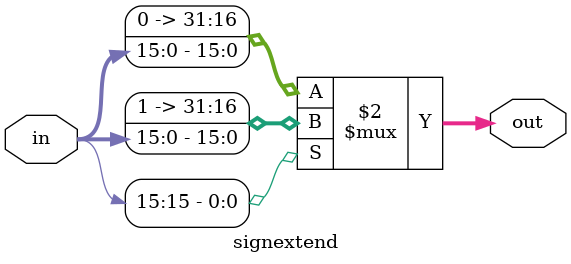
<source format=v>
module signextend (
    output [31:0] out,
    input  [15:0] in
);

    assign out = in[15] == 1 ? {{16{1'b1}}, in} : {{16{1'b0}}, in};

endmodule

</source>
